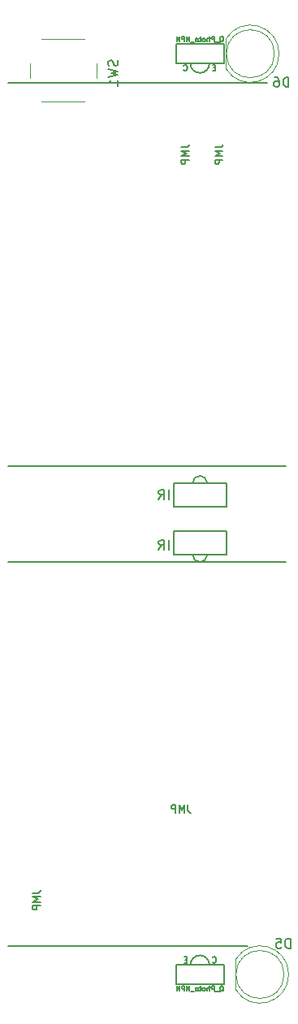
<source format=gbo>
G04 #@! TF.FileFunction,Legend,Bot*
%FSLAX46Y46*%
G04 Gerber Fmt 4.6, Leading zero omitted, Abs format (unit mm)*
G04 Created by KiCad (PCBNEW 4.0.6) date 06/30/20 08:24:00*
%MOMM*%
%LPD*%
G01*
G04 APERTURE LIST*
%ADD10C,0.100000*%
%ADD11C,0.200000*%
%ADD12C,0.300000*%
%ADD13C,0.120000*%
%ADD14C,0.150000*%
%ADD15C,0.127000*%
G04 APERTURE END LIST*
D10*
D11*
X41274000Y-41219000D02*
X68274000Y-41219000D01*
X70274000Y-81219000D02*
X41274000Y-81219000D01*
X41274000Y-91219000D02*
X70274000Y-91219000D01*
X41274000Y-131219000D02*
X66274000Y-131219000D01*
D12*
D11*
D13*
X49274000Y-43219000D02*
X44774000Y-43219000D01*
X50524000Y-39219000D02*
X50524000Y-40719000D01*
X44774000Y-36719000D02*
X49274000Y-36719000D01*
X43524000Y-40719000D02*
X43524000Y-39219000D01*
D14*
X61274000Y-132219000D02*
G75*
G02X62274000Y-133219000I0J-1000000D01*
G01*
X60274000Y-133219000D02*
G75*
G02X61274000Y-132219000I1000000J0D01*
G01*
X58774000Y-135219000D02*
X63774000Y-135219000D01*
X63774000Y-135219000D02*
X63774000Y-133219000D01*
X63774000Y-133219000D02*
X58774000Y-133219000D01*
X58774000Y-133219000D02*
X58774000Y-135219000D01*
X61274000Y-40219000D02*
G75*
G02X60274000Y-39219000I0J1000000D01*
G01*
X62274000Y-39219000D02*
G75*
G02X61274000Y-40219000I-1000000J0D01*
G01*
X63774000Y-37219000D02*
X58774000Y-37219000D01*
X58774000Y-37219000D02*
X58774000Y-39219000D01*
X58774000Y-39219000D02*
X63774000Y-39219000D01*
X63774000Y-39219000D02*
X63774000Y-37219000D01*
X61274000Y-91219000D02*
G75*
G02X60524000Y-90469000I0J750000D01*
G01*
X62024000Y-90469000D02*
G75*
G02X61274000Y-91219000I-750000J0D01*
G01*
X58524000Y-87969000D02*
X58524000Y-90469000D01*
X58524000Y-90469000D02*
X64024000Y-90469000D01*
X64024000Y-90469000D02*
X64024000Y-87969000D01*
X64024000Y-87969000D02*
X58524000Y-87969000D01*
X61274000Y-82219000D02*
G75*
G02X62024000Y-82969000I0J-750000D01*
G01*
X60524000Y-82969000D02*
G75*
G02X61274000Y-82219000I750000J0D01*
G01*
X64024000Y-85469000D02*
X64024000Y-82969000D01*
X64024000Y-82969000D02*
X58524000Y-82969000D01*
X58524000Y-82969000D02*
X58524000Y-85469000D01*
X58524000Y-85469000D02*
X64024000Y-85469000D01*
D13*
X69534000Y-38218538D02*
G75*
G02X63984000Y-39763830I-2990000J-462D01*
G01*
X69534000Y-38219462D02*
G75*
G03X63984000Y-36674170I-2990000J462D01*
G01*
X69044000Y-38219000D02*
G75*
G03X69044000Y-38219000I-2500000J0D01*
G01*
X63984000Y-39764000D02*
X63984000Y-36674000D01*
X70534000Y-134218538D02*
G75*
G02X64984000Y-135763830I-2990000J-462D01*
G01*
X70534000Y-134219462D02*
G75*
G03X64984000Y-132674170I-2990000J462D01*
G01*
X70044000Y-134219000D02*
G75*
G03X70044000Y-134219000I-2500000J0D01*
G01*
X64984000Y-135764000D02*
X64984000Y-132674000D01*
D14*
X52678762Y-38885667D02*
X52726381Y-39028524D01*
X52726381Y-39266620D01*
X52678762Y-39361858D01*
X52631143Y-39409477D01*
X52535905Y-39457096D01*
X52440667Y-39457096D01*
X52345429Y-39409477D01*
X52297810Y-39361858D01*
X52250190Y-39266620D01*
X52202571Y-39076143D01*
X52154952Y-38980905D01*
X52107333Y-38933286D01*
X52012095Y-38885667D01*
X51916857Y-38885667D01*
X51821619Y-38933286D01*
X51774000Y-38980905D01*
X51726381Y-39076143D01*
X51726381Y-39314239D01*
X51774000Y-39457096D01*
X51726381Y-39790429D02*
X52726381Y-40028524D01*
X52012095Y-40219001D01*
X52726381Y-40409477D01*
X51726381Y-40647572D01*
X52726381Y-41552334D02*
X52726381Y-40980905D01*
X52726381Y-41266619D02*
X51726381Y-41266619D01*
X51869238Y-41171381D01*
X51964476Y-41076143D01*
X52012095Y-40980905D01*
D15*
X63342285Y-135997190D02*
X63390666Y-135973000D01*
X63439047Y-135924619D01*
X63511618Y-135852048D01*
X63559999Y-135827857D01*
X63608380Y-135827857D01*
X63584190Y-135948810D02*
X63632571Y-135924619D01*
X63680952Y-135876238D01*
X63705142Y-135779476D01*
X63705142Y-135610143D01*
X63680952Y-135513381D01*
X63632571Y-135465000D01*
X63584190Y-135440810D01*
X63487428Y-135440810D01*
X63439047Y-135465000D01*
X63390666Y-135513381D01*
X63366475Y-135610143D01*
X63366475Y-135779476D01*
X63390666Y-135876238D01*
X63439047Y-135924619D01*
X63487428Y-135948810D01*
X63584190Y-135948810D01*
X63269714Y-135997190D02*
X62882666Y-135997190D01*
X62761714Y-135948810D02*
X62761714Y-135440810D01*
X62568190Y-135440810D01*
X62519809Y-135465000D01*
X62495618Y-135489190D01*
X62471428Y-135537571D01*
X62471428Y-135610143D01*
X62495618Y-135658524D01*
X62519809Y-135682714D01*
X62568190Y-135706905D01*
X62761714Y-135706905D01*
X62253714Y-135948810D02*
X62253714Y-135440810D01*
X62035999Y-135948810D02*
X62035999Y-135682714D01*
X62060190Y-135634333D01*
X62108571Y-135610143D01*
X62181142Y-135610143D01*
X62229523Y-135634333D01*
X62253714Y-135658524D01*
X61721523Y-135948810D02*
X61769904Y-135924619D01*
X61794095Y-135900429D01*
X61818285Y-135852048D01*
X61818285Y-135706905D01*
X61794095Y-135658524D01*
X61769904Y-135634333D01*
X61721523Y-135610143D01*
X61648952Y-135610143D01*
X61600571Y-135634333D01*
X61576380Y-135658524D01*
X61552190Y-135706905D01*
X61552190Y-135852048D01*
X61576380Y-135900429D01*
X61600571Y-135924619D01*
X61648952Y-135948810D01*
X61721523Y-135948810D01*
X61407047Y-135610143D02*
X61213523Y-135610143D01*
X61334476Y-135440810D02*
X61334476Y-135876238D01*
X61310285Y-135924619D01*
X61261904Y-135948810D01*
X61213523Y-135948810D01*
X60971618Y-135948810D02*
X61019999Y-135924619D01*
X61044190Y-135900429D01*
X61068380Y-135852048D01*
X61068380Y-135706905D01*
X61044190Y-135658524D01*
X61019999Y-135634333D01*
X60971618Y-135610143D01*
X60899047Y-135610143D01*
X60850666Y-135634333D01*
X60826475Y-135658524D01*
X60802285Y-135706905D01*
X60802285Y-135852048D01*
X60826475Y-135900429D01*
X60850666Y-135924619D01*
X60899047Y-135948810D01*
X60971618Y-135948810D01*
X60705523Y-135997190D02*
X60318475Y-135997190D01*
X60197523Y-135948810D02*
X60197523Y-135440810D01*
X59907237Y-135948810D01*
X59907237Y-135440810D01*
X59665333Y-135948810D02*
X59665333Y-135440810D01*
X59471809Y-135440810D01*
X59423428Y-135465000D01*
X59399237Y-135489190D01*
X59375047Y-135537571D01*
X59375047Y-135610143D01*
X59399237Y-135658524D01*
X59423428Y-135682714D01*
X59471809Y-135706905D01*
X59665333Y-135706905D01*
X59157333Y-135948810D02*
X59157333Y-135440810D01*
X58867047Y-135948810D01*
X58867047Y-135440810D01*
D14*
X59902571Y-132676143D02*
X59702571Y-132676143D01*
X59616857Y-132990429D02*
X59902571Y-132990429D01*
X59902571Y-132390429D01*
X59616857Y-132390429D01*
X62588286Y-132933286D02*
X62616857Y-132961857D01*
X62702571Y-132990429D01*
X62759714Y-132990429D01*
X62845429Y-132961857D01*
X62902571Y-132904714D01*
X62931143Y-132847571D01*
X62959714Y-132733286D01*
X62959714Y-132647571D01*
X62931143Y-132533286D01*
X62902571Y-132476143D01*
X62845429Y-132419000D01*
X62759714Y-132390429D01*
X62702571Y-132390429D01*
X62616857Y-132419000D01*
X62588286Y-132447571D01*
D15*
X63342285Y-36997190D02*
X63390666Y-36973000D01*
X63439047Y-36924619D01*
X63511618Y-36852048D01*
X63559999Y-36827857D01*
X63608380Y-36827857D01*
X63584190Y-36948810D02*
X63632571Y-36924619D01*
X63680952Y-36876238D01*
X63705142Y-36779476D01*
X63705142Y-36610143D01*
X63680952Y-36513381D01*
X63632571Y-36465000D01*
X63584190Y-36440810D01*
X63487428Y-36440810D01*
X63439047Y-36465000D01*
X63390666Y-36513381D01*
X63366475Y-36610143D01*
X63366475Y-36779476D01*
X63390666Y-36876238D01*
X63439047Y-36924619D01*
X63487428Y-36948810D01*
X63584190Y-36948810D01*
X63269714Y-36997190D02*
X62882666Y-36997190D01*
X62761714Y-36948810D02*
X62761714Y-36440810D01*
X62568190Y-36440810D01*
X62519809Y-36465000D01*
X62495618Y-36489190D01*
X62471428Y-36537571D01*
X62471428Y-36610143D01*
X62495618Y-36658524D01*
X62519809Y-36682714D01*
X62568190Y-36706905D01*
X62761714Y-36706905D01*
X62253714Y-36948810D02*
X62253714Y-36440810D01*
X62035999Y-36948810D02*
X62035999Y-36682714D01*
X62060190Y-36634333D01*
X62108571Y-36610143D01*
X62181142Y-36610143D01*
X62229523Y-36634333D01*
X62253714Y-36658524D01*
X61721523Y-36948810D02*
X61769904Y-36924619D01*
X61794095Y-36900429D01*
X61818285Y-36852048D01*
X61818285Y-36706905D01*
X61794095Y-36658524D01*
X61769904Y-36634333D01*
X61721523Y-36610143D01*
X61648952Y-36610143D01*
X61600571Y-36634333D01*
X61576380Y-36658524D01*
X61552190Y-36706905D01*
X61552190Y-36852048D01*
X61576380Y-36900429D01*
X61600571Y-36924619D01*
X61648952Y-36948810D01*
X61721523Y-36948810D01*
X61407047Y-36610143D02*
X61213523Y-36610143D01*
X61334476Y-36440810D02*
X61334476Y-36876238D01*
X61310285Y-36924619D01*
X61261904Y-36948810D01*
X61213523Y-36948810D01*
X60971618Y-36948810D02*
X61019999Y-36924619D01*
X61044190Y-36900429D01*
X61068380Y-36852048D01*
X61068380Y-36706905D01*
X61044190Y-36658524D01*
X61019999Y-36634333D01*
X60971618Y-36610143D01*
X60899047Y-36610143D01*
X60850666Y-36634333D01*
X60826475Y-36658524D01*
X60802285Y-36706905D01*
X60802285Y-36852048D01*
X60826475Y-36900429D01*
X60850666Y-36924619D01*
X60899047Y-36948810D01*
X60971618Y-36948810D01*
X60705523Y-36997190D02*
X60318475Y-36997190D01*
X60197523Y-36948810D02*
X60197523Y-36440810D01*
X59907237Y-36948810D01*
X59907237Y-36440810D01*
X59665333Y-36948810D02*
X59665333Y-36440810D01*
X59471809Y-36440810D01*
X59423428Y-36465000D01*
X59399237Y-36489190D01*
X59375047Y-36537571D01*
X59375047Y-36610143D01*
X59399237Y-36658524D01*
X59423428Y-36682714D01*
X59471809Y-36706905D01*
X59665333Y-36706905D01*
X59157333Y-36948810D02*
X59157333Y-36440810D01*
X58867047Y-36948810D01*
X58867047Y-36440810D01*
D14*
X62902571Y-39676143D02*
X62702571Y-39676143D01*
X62616857Y-39990429D02*
X62902571Y-39990429D01*
X62902571Y-39390429D01*
X62616857Y-39390429D01*
X59588286Y-39933286D02*
X59616857Y-39961857D01*
X59702571Y-39990429D01*
X59759714Y-39990429D01*
X59845429Y-39961857D01*
X59902571Y-39904714D01*
X59931143Y-39847571D01*
X59959714Y-39733286D01*
X59959714Y-39647571D01*
X59931143Y-39533286D01*
X59902571Y-39476143D01*
X59845429Y-39419000D01*
X59759714Y-39390429D01*
X59702571Y-39390429D01*
X59616857Y-39419000D01*
X59588286Y-39447571D01*
X58024000Y-89921381D02*
X58024000Y-88921381D01*
X56976381Y-89921381D02*
X57309715Y-89445190D01*
X57547810Y-89921381D02*
X57547810Y-88921381D01*
X57166857Y-88921381D01*
X57071619Y-88969000D01*
X57024000Y-89016619D01*
X56976381Y-89111857D01*
X56976381Y-89254714D01*
X57024000Y-89349952D01*
X57071619Y-89397571D01*
X57166857Y-89445190D01*
X57547810Y-89445190D01*
X58024000Y-84671381D02*
X58024000Y-83671381D01*
X56976381Y-84671381D02*
X57309715Y-84195190D01*
X57547810Y-84671381D02*
X57547810Y-83671381D01*
X57166857Y-83671381D01*
X57071619Y-83719000D01*
X57024000Y-83766619D01*
X56976381Y-83861857D01*
X56976381Y-84004714D01*
X57024000Y-84099952D01*
X57071619Y-84147571D01*
X57166857Y-84195190D01*
X57547810Y-84195190D01*
X70512095Y-41671381D02*
X70512095Y-40671381D01*
X70274000Y-40671381D01*
X70131142Y-40719000D01*
X70035904Y-40814238D01*
X69988285Y-40909476D01*
X69940666Y-41099952D01*
X69940666Y-41242810D01*
X69988285Y-41433286D01*
X70035904Y-41528524D01*
X70131142Y-41623762D01*
X70274000Y-41671381D01*
X70512095Y-41671381D01*
X69083523Y-40671381D02*
X69274000Y-40671381D01*
X69369238Y-40719000D01*
X69416857Y-40766619D01*
X69512095Y-40909476D01*
X69559714Y-41099952D01*
X69559714Y-41480905D01*
X69512095Y-41576143D01*
X69464476Y-41623762D01*
X69369238Y-41671381D01*
X69178761Y-41671381D01*
X69083523Y-41623762D01*
X69035904Y-41576143D01*
X68988285Y-41480905D01*
X68988285Y-41242810D01*
X69035904Y-41147571D01*
X69083523Y-41099952D01*
X69178761Y-41052333D01*
X69369238Y-41052333D01*
X69464476Y-41099952D01*
X69512095Y-41147571D01*
X69559714Y-41242810D01*
X70712095Y-131471381D02*
X70712095Y-130471381D01*
X70474000Y-130471381D01*
X70331142Y-130519000D01*
X70235904Y-130614238D01*
X70188285Y-130709476D01*
X70140666Y-130899952D01*
X70140666Y-131042810D01*
X70188285Y-131233286D01*
X70235904Y-131328524D01*
X70331142Y-131423762D01*
X70474000Y-131471381D01*
X70712095Y-131471381D01*
X69235904Y-130471381D02*
X69712095Y-130471381D01*
X69759714Y-130947571D01*
X69712095Y-130899952D01*
X69616857Y-130852333D01*
X69378761Y-130852333D01*
X69283523Y-130899952D01*
X69235904Y-130947571D01*
X69188285Y-131042810D01*
X69188285Y-131280905D01*
X69235904Y-131376143D01*
X69283523Y-131423762D01*
X69378761Y-131471381D01*
X69616857Y-131471381D01*
X69712095Y-131423762D01*
X69759714Y-131376143D01*
X60016857Y-116530905D02*
X60016857Y-117102333D01*
X60054953Y-117216619D01*
X60131143Y-117292810D01*
X60245429Y-117330905D01*
X60321619Y-117330905D01*
X59635905Y-117330905D02*
X59635905Y-116530905D01*
X59369238Y-117102333D01*
X59102571Y-116530905D01*
X59102571Y-117330905D01*
X58721619Y-117330905D02*
X58721619Y-116530905D01*
X58416857Y-116530905D01*
X58340666Y-116569000D01*
X58302571Y-116607095D01*
X58264476Y-116683286D01*
X58264476Y-116797571D01*
X58302571Y-116873762D01*
X58340666Y-116911857D01*
X58416857Y-116949952D01*
X58721619Y-116949952D01*
X59335905Y-47976143D02*
X59907333Y-47976143D01*
X60021619Y-47938047D01*
X60097810Y-47861857D01*
X60135905Y-47747571D01*
X60135905Y-47671381D01*
X60135905Y-48357095D02*
X59335905Y-48357095D01*
X59907333Y-48623762D01*
X59335905Y-48890429D01*
X60135905Y-48890429D01*
X60135905Y-49271381D02*
X59335905Y-49271381D01*
X59335905Y-49576143D01*
X59374000Y-49652334D01*
X59412095Y-49690429D01*
X59488286Y-49728524D01*
X59602571Y-49728524D01*
X59678762Y-49690429D01*
X59716857Y-49652334D01*
X59754952Y-49576143D01*
X59754952Y-49271381D01*
X43835905Y-125726143D02*
X44407333Y-125726143D01*
X44521619Y-125688047D01*
X44597810Y-125611857D01*
X44635905Y-125497571D01*
X44635905Y-125421381D01*
X44635905Y-126107095D02*
X43835905Y-126107095D01*
X44407333Y-126373762D01*
X43835905Y-126640429D01*
X44635905Y-126640429D01*
X44635905Y-127021381D02*
X43835905Y-127021381D01*
X43835905Y-127326143D01*
X43874000Y-127402334D01*
X43912095Y-127440429D01*
X43988286Y-127478524D01*
X44102571Y-127478524D01*
X44178762Y-127440429D01*
X44216857Y-127402334D01*
X44254952Y-127326143D01*
X44254952Y-127021381D01*
X62835905Y-47976143D02*
X63407333Y-47976143D01*
X63521619Y-47938047D01*
X63597810Y-47861857D01*
X63635905Y-47747571D01*
X63635905Y-47671381D01*
X63635905Y-48357095D02*
X62835905Y-48357095D01*
X63407333Y-48623762D01*
X62835905Y-48890429D01*
X63635905Y-48890429D01*
X63635905Y-49271381D02*
X62835905Y-49271381D01*
X62835905Y-49576143D01*
X62874000Y-49652334D01*
X62912095Y-49690429D01*
X62988286Y-49728524D01*
X63102571Y-49728524D01*
X63178762Y-49690429D01*
X63216857Y-49652334D01*
X63254952Y-49576143D01*
X63254952Y-49271381D01*
M02*

</source>
